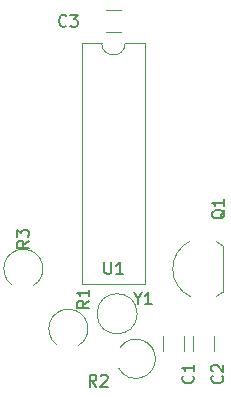
<source format=gbr>
%TF.GenerationSoftware,KiCad,Pcbnew,8.0.6*%
%TF.CreationDate,2024-11-20T20:55:38+11:00*%
%TF.ProjectId,clock-divider,636c6f63-6b2d-4646-9976-696465722e6b,1*%
%TF.SameCoordinates,Original*%
%TF.FileFunction,Legend,Top*%
%TF.FilePolarity,Positive*%
%FSLAX46Y46*%
G04 Gerber Fmt 4.6, Leading zero omitted, Abs format (unit mm)*
G04 Created by KiCad (PCBNEW 8.0.6) date 2024-11-20 20:55:38*
%MOMM*%
%LPD*%
G01*
G04 APERTURE LIST*
%ADD10C,0.150000*%
%ADD11C,0.120000*%
G04 APERTURE END LIST*
D10*
X70358095Y-93419819D02*
X70358095Y-94229342D01*
X70358095Y-94229342D02*
X70405714Y-94324580D01*
X70405714Y-94324580D02*
X70453333Y-94372200D01*
X70453333Y-94372200D02*
X70548571Y-94419819D01*
X70548571Y-94419819D02*
X70739047Y-94419819D01*
X70739047Y-94419819D02*
X70834285Y-94372200D01*
X70834285Y-94372200D02*
X70881904Y-94324580D01*
X70881904Y-94324580D02*
X70929523Y-94229342D01*
X70929523Y-94229342D02*
X70929523Y-93419819D01*
X71929523Y-94419819D02*
X71358095Y-94419819D01*
X71643809Y-94419819D02*
X71643809Y-93419819D01*
X71643809Y-93419819D02*
X71548571Y-93562676D01*
X71548571Y-93562676D02*
X71453333Y-93657914D01*
X71453333Y-93657914D02*
X71358095Y-93705533D01*
X67143333Y-73384580D02*
X67095714Y-73432200D01*
X67095714Y-73432200D02*
X66952857Y-73479819D01*
X66952857Y-73479819D02*
X66857619Y-73479819D01*
X66857619Y-73479819D02*
X66714762Y-73432200D01*
X66714762Y-73432200D02*
X66619524Y-73336961D01*
X66619524Y-73336961D02*
X66571905Y-73241723D01*
X66571905Y-73241723D02*
X66524286Y-73051247D01*
X66524286Y-73051247D02*
X66524286Y-72908390D01*
X66524286Y-72908390D02*
X66571905Y-72717914D01*
X66571905Y-72717914D02*
X66619524Y-72622676D01*
X66619524Y-72622676D02*
X66714762Y-72527438D01*
X66714762Y-72527438D02*
X66857619Y-72479819D01*
X66857619Y-72479819D02*
X66952857Y-72479819D01*
X66952857Y-72479819D02*
X67095714Y-72527438D01*
X67095714Y-72527438D02*
X67143333Y-72575057D01*
X67476667Y-72479819D02*
X68095714Y-72479819D01*
X68095714Y-72479819D02*
X67762381Y-72860771D01*
X67762381Y-72860771D02*
X67905238Y-72860771D01*
X67905238Y-72860771D02*
X68000476Y-72908390D01*
X68000476Y-72908390D02*
X68048095Y-72956009D01*
X68048095Y-72956009D02*
X68095714Y-73051247D01*
X68095714Y-73051247D02*
X68095714Y-73289342D01*
X68095714Y-73289342D02*
X68048095Y-73384580D01*
X68048095Y-73384580D02*
X68000476Y-73432200D01*
X68000476Y-73432200D02*
X67905238Y-73479819D01*
X67905238Y-73479819D02*
X67619524Y-73479819D01*
X67619524Y-73479819D02*
X67524286Y-73432200D01*
X67524286Y-73432200D02*
X67476667Y-73384580D01*
X63954819Y-91606666D02*
X63478628Y-91939999D01*
X63954819Y-92178094D02*
X62954819Y-92178094D01*
X62954819Y-92178094D02*
X62954819Y-91797142D01*
X62954819Y-91797142D02*
X63002438Y-91701904D01*
X63002438Y-91701904D02*
X63050057Y-91654285D01*
X63050057Y-91654285D02*
X63145295Y-91606666D01*
X63145295Y-91606666D02*
X63288152Y-91606666D01*
X63288152Y-91606666D02*
X63383390Y-91654285D01*
X63383390Y-91654285D02*
X63431009Y-91701904D01*
X63431009Y-91701904D02*
X63478628Y-91797142D01*
X63478628Y-91797142D02*
X63478628Y-92178094D01*
X62954819Y-91273332D02*
X62954819Y-90654285D01*
X62954819Y-90654285D02*
X63335771Y-90987618D01*
X63335771Y-90987618D02*
X63335771Y-90844761D01*
X63335771Y-90844761D02*
X63383390Y-90749523D01*
X63383390Y-90749523D02*
X63431009Y-90701904D01*
X63431009Y-90701904D02*
X63526247Y-90654285D01*
X63526247Y-90654285D02*
X63764342Y-90654285D01*
X63764342Y-90654285D02*
X63859580Y-90701904D01*
X63859580Y-90701904D02*
X63907200Y-90749523D01*
X63907200Y-90749523D02*
X63954819Y-90844761D01*
X63954819Y-90844761D02*
X63954819Y-91130475D01*
X63954819Y-91130475D02*
X63907200Y-91225713D01*
X63907200Y-91225713D02*
X63859580Y-91273332D01*
X80560057Y-88995238D02*
X80512438Y-89090476D01*
X80512438Y-89090476D02*
X80417200Y-89185714D01*
X80417200Y-89185714D02*
X80274342Y-89328571D01*
X80274342Y-89328571D02*
X80226723Y-89423809D01*
X80226723Y-89423809D02*
X80226723Y-89519047D01*
X80464819Y-89471428D02*
X80417200Y-89566666D01*
X80417200Y-89566666D02*
X80321961Y-89661904D01*
X80321961Y-89661904D02*
X80131485Y-89709523D01*
X80131485Y-89709523D02*
X79798152Y-89709523D01*
X79798152Y-89709523D02*
X79607676Y-89661904D01*
X79607676Y-89661904D02*
X79512438Y-89566666D01*
X79512438Y-89566666D02*
X79464819Y-89471428D01*
X79464819Y-89471428D02*
X79464819Y-89280952D01*
X79464819Y-89280952D02*
X79512438Y-89185714D01*
X79512438Y-89185714D02*
X79607676Y-89090476D01*
X79607676Y-89090476D02*
X79798152Y-89042857D01*
X79798152Y-89042857D02*
X80131485Y-89042857D01*
X80131485Y-89042857D02*
X80321961Y-89090476D01*
X80321961Y-89090476D02*
X80417200Y-89185714D01*
X80417200Y-89185714D02*
X80464819Y-89280952D01*
X80464819Y-89280952D02*
X80464819Y-89471428D01*
X80464819Y-88090476D02*
X80464819Y-88661904D01*
X80464819Y-88376190D02*
X79464819Y-88376190D01*
X79464819Y-88376190D02*
X79607676Y-88471428D01*
X79607676Y-88471428D02*
X79702914Y-88566666D01*
X79702914Y-88566666D02*
X79750533Y-88661904D01*
X69683333Y-103959819D02*
X69350000Y-103483628D01*
X69111905Y-103959819D02*
X69111905Y-102959819D01*
X69111905Y-102959819D02*
X69492857Y-102959819D01*
X69492857Y-102959819D02*
X69588095Y-103007438D01*
X69588095Y-103007438D02*
X69635714Y-103055057D01*
X69635714Y-103055057D02*
X69683333Y-103150295D01*
X69683333Y-103150295D02*
X69683333Y-103293152D01*
X69683333Y-103293152D02*
X69635714Y-103388390D01*
X69635714Y-103388390D02*
X69588095Y-103436009D01*
X69588095Y-103436009D02*
X69492857Y-103483628D01*
X69492857Y-103483628D02*
X69111905Y-103483628D01*
X70064286Y-103055057D02*
X70111905Y-103007438D01*
X70111905Y-103007438D02*
X70207143Y-102959819D01*
X70207143Y-102959819D02*
X70445238Y-102959819D01*
X70445238Y-102959819D02*
X70540476Y-103007438D01*
X70540476Y-103007438D02*
X70588095Y-103055057D01*
X70588095Y-103055057D02*
X70635714Y-103150295D01*
X70635714Y-103150295D02*
X70635714Y-103245533D01*
X70635714Y-103245533D02*
X70588095Y-103388390D01*
X70588095Y-103388390D02*
X70016667Y-103959819D01*
X70016667Y-103959819D02*
X70635714Y-103959819D01*
X77829580Y-103036666D02*
X77877200Y-103084285D01*
X77877200Y-103084285D02*
X77924819Y-103227142D01*
X77924819Y-103227142D02*
X77924819Y-103322380D01*
X77924819Y-103322380D02*
X77877200Y-103465237D01*
X77877200Y-103465237D02*
X77781961Y-103560475D01*
X77781961Y-103560475D02*
X77686723Y-103608094D01*
X77686723Y-103608094D02*
X77496247Y-103655713D01*
X77496247Y-103655713D02*
X77353390Y-103655713D01*
X77353390Y-103655713D02*
X77162914Y-103608094D01*
X77162914Y-103608094D02*
X77067676Y-103560475D01*
X77067676Y-103560475D02*
X76972438Y-103465237D01*
X76972438Y-103465237D02*
X76924819Y-103322380D01*
X76924819Y-103322380D02*
X76924819Y-103227142D01*
X76924819Y-103227142D02*
X76972438Y-103084285D01*
X76972438Y-103084285D02*
X77020057Y-103036666D01*
X77924819Y-102084285D02*
X77924819Y-102655713D01*
X77924819Y-102369999D02*
X76924819Y-102369999D01*
X76924819Y-102369999D02*
X77067676Y-102465237D01*
X77067676Y-102465237D02*
X77162914Y-102560475D01*
X77162914Y-102560475D02*
X77210533Y-102655713D01*
X73183809Y-96498628D02*
X73183809Y-96974819D01*
X72850476Y-95974819D02*
X73183809Y-96498628D01*
X73183809Y-96498628D02*
X73517142Y-95974819D01*
X74374285Y-96974819D02*
X73802857Y-96974819D01*
X74088571Y-96974819D02*
X74088571Y-95974819D01*
X74088571Y-95974819D02*
X73993333Y-96117676D01*
X73993333Y-96117676D02*
X73898095Y-96212914D01*
X73898095Y-96212914D02*
X73802857Y-96260533D01*
X69034819Y-96686666D02*
X68558628Y-97019999D01*
X69034819Y-97258094D02*
X68034819Y-97258094D01*
X68034819Y-97258094D02*
X68034819Y-96877142D01*
X68034819Y-96877142D02*
X68082438Y-96781904D01*
X68082438Y-96781904D02*
X68130057Y-96734285D01*
X68130057Y-96734285D02*
X68225295Y-96686666D01*
X68225295Y-96686666D02*
X68368152Y-96686666D01*
X68368152Y-96686666D02*
X68463390Y-96734285D01*
X68463390Y-96734285D02*
X68511009Y-96781904D01*
X68511009Y-96781904D02*
X68558628Y-96877142D01*
X68558628Y-96877142D02*
X68558628Y-97258094D01*
X69034819Y-95734285D02*
X69034819Y-96305713D01*
X69034819Y-96019999D02*
X68034819Y-96019999D01*
X68034819Y-96019999D02*
X68177676Y-96115237D01*
X68177676Y-96115237D02*
X68272914Y-96210475D01*
X68272914Y-96210475D02*
X68320533Y-96305713D01*
X80329580Y-103036666D02*
X80377200Y-103084285D01*
X80377200Y-103084285D02*
X80424819Y-103227142D01*
X80424819Y-103227142D02*
X80424819Y-103322380D01*
X80424819Y-103322380D02*
X80377200Y-103465237D01*
X80377200Y-103465237D02*
X80281961Y-103560475D01*
X80281961Y-103560475D02*
X80186723Y-103608094D01*
X80186723Y-103608094D02*
X79996247Y-103655713D01*
X79996247Y-103655713D02*
X79853390Y-103655713D01*
X79853390Y-103655713D02*
X79662914Y-103608094D01*
X79662914Y-103608094D02*
X79567676Y-103560475D01*
X79567676Y-103560475D02*
X79472438Y-103465237D01*
X79472438Y-103465237D02*
X79424819Y-103322380D01*
X79424819Y-103322380D02*
X79424819Y-103227142D01*
X79424819Y-103227142D02*
X79472438Y-103084285D01*
X79472438Y-103084285D02*
X79520057Y-103036666D01*
X79520057Y-102655713D02*
X79472438Y-102608094D01*
X79472438Y-102608094D02*
X79424819Y-102512856D01*
X79424819Y-102512856D02*
X79424819Y-102274761D01*
X79424819Y-102274761D02*
X79472438Y-102179523D01*
X79472438Y-102179523D02*
X79520057Y-102131904D01*
X79520057Y-102131904D02*
X79615295Y-102084285D01*
X79615295Y-102084285D02*
X79710533Y-102084285D01*
X79710533Y-102084285D02*
X79853390Y-102131904D01*
X79853390Y-102131904D02*
X80424819Y-102703332D01*
X80424819Y-102703332D02*
X80424819Y-102084285D01*
D11*
%TO.C,U1*%
X68470000Y-74870000D02*
X68470000Y-95310000D01*
X68470000Y-95310000D02*
X73770000Y-95310000D01*
X70120000Y-74870000D02*
X68470000Y-74870000D01*
X73770000Y-74870000D02*
X72120000Y-74870000D01*
X73770000Y-95310000D02*
X73770000Y-74870000D01*
X72120000Y-74870000D02*
G75*
G02*
X70120000Y-74870000I-1000000J0D01*
G01*
%TO.C,C3*%
X71729000Y-72105000D02*
X70471000Y-72105000D01*
X71729000Y-73945000D02*
X70471000Y-73945000D01*
%TO.C,R3*%
X62528620Y-95324775D02*
G75*
G02*
X64300000Y-95433272I971380J1344775D01*
G01*
%TO.C,Q1*%
X80440000Y-95920000D02*
X80440000Y-92070000D01*
X76140000Y-93980000D02*
G75*
G02*
X77641193Y-91623600I2600000J0D01*
G01*
X77641193Y-96336400D02*
G75*
G02*
X76140000Y-93980000I1098807J2356400D01*
G01*
X79852264Y-91677617D02*
G75*
G02*
X80440000Y-92070000I-1112264J-2302383D01*
G01*
X80440000Y-95920000D02*
G75*
G02*
X79862045Y-96302631I-1700000J1940000D01*
G01*
%TO.C,R2*%
X71680225Y-100628620D02*
G75*
G02*
X71571728Y-102400000I1344775J-971380D01*
G01*
%TO.C,C1*%
X75280000Y-99681000D02*
X75280000Y-100939000D01*
X77120000Y-99681000D02*
X77120000Y-100939000D01*
%TO.C,Y1*%
X69735000Y-97790000D02*
G75*
G02*
X73135000Y-97790000I1700000J0D01*
G01*
X73135000Y-97790000D02*
G75*
G02*
X69735000Y-97790000I-1700000J0D01*
G01*
%TO.C,R1*%
X66338620Y-100404775D02*
G75*
G02*
X68110000Y-100513272I971380J1344775D01*
G01*
%TO.C,C2*%
X77820000Y-99681000D02*
X77820000Y-100939000D01*
X79660000Y-99681000D02*
X79660000Y-100939000D01*
%TD*%
M02*

</source>
